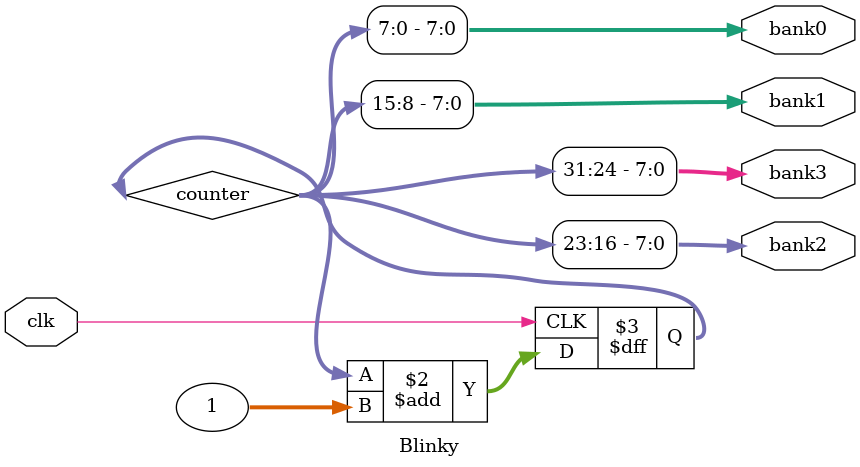
<source format=v>
module Blinky(
	input wire clk,
   output wire[7:0] bank0,
   output wire[7:0] bank1,
   output wire[7:0] bank2,
   output wire[7:0] bank3
);

reg [31:0] counter;

assign bank0 = counter[7:0];
assign bank1 = counter[15:8];
assign bank2 = counter[23:16];
assign bank3 = counter[31:24];

always @(posedge clk) begin
	counter <= counter + 1;
end

endmodule

</source>
